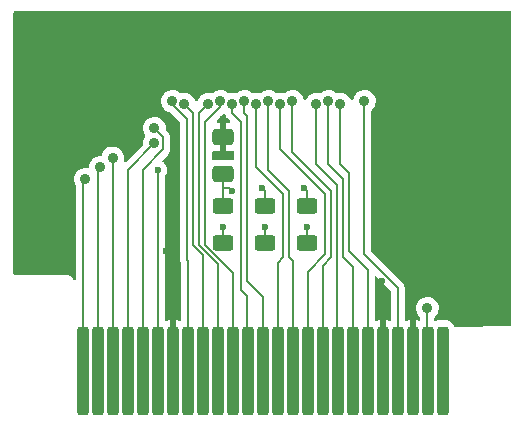
<source format=gbr>
%TF.GenerationSoftware,KiCad,Pcbnew,(6.0.5)*%
%TF.CreationDate,2023-06-09T12:11:34-05:00*%
%TF.ProjectId,pcchips_apic,70636368-6970-4735-9f61-7069632e6b69,rev?*%
%TF.SameCoordinates,Original*%
%TF.FileFunction,Copper,L2,Bot*%
%TF.FilePolarity,Positive*%
%FSLAX46Y46*%
G04 Gerber Fmt 4.6, Leading zero omitted, Abs format (unit mm)*
G04 Created by KiCad (PCBNEW (6.0.5)) date 2023-06-09 12:11:34*
%MOMM*%
%LPD*%
G01*
G04 APERTURE LIST*
G04 Aperture macros list*
%AMRoundRect*
0 Rectangle with rounded corners*
0 $1 Rounding radius*
0 $2 $3 $4 $5 $6 $7 $8 $9 X,Y pos of 4 corners*
0 Add a 4 corners polygon primitive as box body*
4,1,4,$2,$3,$4,$5,$6,$7,$8,$9,$2,$3,0*
0 Add four circle primitives for the rounded corners*
1,1,$1+$1,$2,$3*
1,1,$1+$1,$4,$5*
1,1,$1+$1,$6,$7*
1,1,$1+$1,$8,$9*
0 Add four rect primitives between the rounded corners*
20,1,$1+$1,$2,$3,$4,$5,0*
20,1,$1+$1,$4,$5,$6,$7,0*
20,1,$1+$1,$6,$7,$8,$9,0*
20,1,$1+$1,$8,$9,$2,$3,0*%
G04 Aperture macros list end*
%TA.AperFunction,SMDPad,CuDef*%
%ADD10RoundRect,0.250000X-0.250000X-3.500000X0.250000X-3.500000X0.250000X3.500000X-0.250000X3.500000X0*%
%TD*%
%TA.AperFunction,SMDPad,CuDef*%
%ADD11RoundRect,0.250000X0.650000X-0.412500X0.650000X0.412500X-0.650000X0.412500X-0.650000X-0.412500X0*%
%TD*%
%TA.AperFunction,SMDPad,CuDef*%
%ADD12RoundRect,0.250000X0.625000X-0.400000X0.625000X0.400000X-0.625000X0.400000X-0.625000X-0.400000X0*%
%TD*%
%TA.AperFunction,ViaPad*%
%ADD13C,0.600000*%
%TD*%
%TA.AperFunction,ViaPad*%
%ADD14C,0.900000*%
%TD*%
%TA.AperFunction,Conductor*%
%ADD15C,0.150000*%
%TD*%
G04 APERTURE END LIST*
D10*
%TO.P,.,26,Pin_26*%
%TO.N,unconnected-(J1-Pad26)*%
X133122000Y-85542000D03*
%TO.P,.,27,Pin_27*%
%TO.N,/APIC_CLK*%
X131852000Y-85542000D03*
%TO.P,.,28,Pin_28*%
%TO.N,GND*%
X130582000Y-85542000D03*
%TO.P,.,29,Pin_29*%
%TO.N,/PCI_CLK*%
X129312000Y-85542000D03*
%TO.P,.,30,Pin_30*%
%TO.N,GND*%
X128042000Y-85542000D03*
%TO.P,.,31,Pin_31*%
%TO.N,/APIC_D0*%
X126772000Y-85542000D03*
%TO.P,.,32,Pin_32*%
%TO.N,/APIC_D1*%
X125502000Y-85542000D03*
%TO.P,.,33,Pin_33*%
%TO.N,/~{SMI_OUT}*%
X124232000Y-85542000D03*
%TO.P,.,34,Pin_34*%
%TO.N,/~{APIC_ACK2}*%
X122962000Y-85542000D03*
%TO.P,.,35,Pin_35*%
%TO.N,/~{APIC_REQ}*%
X121692000Y-85542000D03*
%TO.P,.,36,Pin_36*%
%TO.N,/~{APIC_ACK1}*%
X120422000Y-85542000D03*
%TO.P,.,37,Pin_37*%
%TO.N,/~{WR}*%
X119152000Y-85542000D03*
%TO.P,.,38,Pin_38*%
%TO.N,/~{RD}*%
X117882000Y-85542000D03*
%TO.P,.,39,Pin_39*%
%TO.N,/A0*%
X116612000Y-85542000D03*
%TO.P,.,40,Pin_40*%
%TO.N,/A1*%
X115342000Y-85542000D03*
%TO.P,.,41,Pin_41*%
%TO.N,/~{D{slash}I}*%
X114072000Y-85542000D03*
%TO.P,.,42,Pin_42*%
%TO.N,/INTIN0*%
X112802000Y-85542000D03*
%TO.P,.,43,Pin_43*%
%TO.N,/INTIN14*%
X111532000Y-85542000D03*
%TO.P,.,44,Pin_44*%
%TO.N,GND*%
X110262000Y-85542000D03*
%TO.P,.,45,Pin_45*%
%TO.N,/INTIN15*%
X108992000Y-85542000D03*
%TO.P,.,46,Pin_46*%
%TO.N,/INTIN12*%
X107722000Y-85542000D03*
%TO.P,.,47,Pin_47*%
%TO.N,/INTIN11*%
X106452000Y-85542000D03*
%TO.P,.,48,Pin_48*%
%TO.N,/INTIN10*%
X105182000Y-85542000D03*
%TO.P,.,49,Pin_49*%
%TO.N,/INTIN3*%
X103912000Y-85542000D03*
%TO.P,.,50,Pin_50*%
%TO.N,/INTIN4*%
X102642000Y-85542000D03*
%TD*%
D11*
%TO.P,C2,1*%
%TO.N,VCC*%
X114554000Y-68872500D03*
%TO.P,C2,2*%
%TO.N,GND*%
X114554000Y-65747500D03*
%TD*%
D12*
%TO.P,R3,1*%
%TO.N,/INTIN21*%
X118110000Y-74714000D03*
%TO.P,R3,2*%
%TO.N,VCC*%
X118110000Y-71614000D03*
%TD*%
%TO.P,R4,1*%
%TO.N,/INTIN22*%
X121666000Y-74702000D03*
%TO.P,R4,2*%
%TO.N,VCC*%
X121666000Y-71602000D03*
%TD*%
%TO.P,R2,1*%
%TO.N,/INTIN20*%
X114554000Y-74702000D03*
%TO.P,R2,2*%
%TO.N,VCC*%
X114554000Y-71602000D03*
%TD*%
D13*
%TO.N,/INTIN15*%
X108992000Y-68554000D03*
%TO.N,GND*%
X133350000Y-79248000D03*
X105410000Y-60706000D03*
X129540000Y-56642000D03*
X128016000Y-77978000D03*
X114554000Y-64262000D03*
X109728000Y-75438000D03*
%TO.N,VCC*%
X121412000Y-70104000D03*
X117856000Y-70104000D03*
X115316000Y-70358000D03*
%TO.N,GND*%
X129286000Y-76200000D03*
X135890000Y-73660000D03*
%TO.N,/INTIN20*%
X114554000Y-73406000D03*
%TO.N,/INTIN21*%
X118110000Y-73406000D03*
%TO.N,/INTIN22*%
X121666000Y-73406000D03*
D14*
%TO.N,/APIC_CLK*%
X131826000Y-80264000D03*
%TO.N,/PCI_CLK*%
X126492000Y-62738000D03*
%TO.N,/APIC_D0*%
X124460000Y-62992000D03*
%TO.N,/APIC_D1*%
X123444000Y-62738000D03*
%TO.N,/~{SMI_OUT}*%
X122428000Y-62992000D03*
%TO.N,/~{APIC_ACK2}*%
X120396000Y-62738000D03*
%TO.N,/~{APIC_REQ}*%
X119380000Y-62992000D03*
%TO.N,/~{RD}*%
X116332000Y-62738000D03*
%TO.N,/A0*%
X115316000Y-62992000D03*
%TO.N,/A1*%
X114300000Y-62738000D03*
%TO.N,/~{D{slash}I}*%
X113284000Y-62992000D03*
%TO.N,/INTIN14*%
X110236000Y-62738000D03*
%TO.N,/INTIN12*%
X108712000Y-65024000D03*
%TO.N,/INTIN11*%
X108712000Y-66294000D03*
%TO.N,/INTIN10*%
X105182000Y-67538000D03*
%TO.N,/INTIN3*%
X104140000Y-68326000D03*
%TO.N,/INTIN4*%
X102870000Y-69342000D03*
%TO.N,/~{APIC_ACK1}*%
X118364000Y-62738000D03*
%TO.N,/~{WR}*%
X117348000Y-62992000D03*
%TO.N,/INTIN0*%
X111252000Y-62992000D03*
%TD*%
D15*
%TO.N,/INTIN14*%
X111506000Y-76200000D02*
X111532000Y-76226000D01*
X111506000Y-64262000D02*
X111506000Y-76200000D01*
X110236000Y-62992000D02*
X111506000Y-64262000D01*
X110236000Y-62738000D02*
X110236000Y-62992000D01*
%TO.N,/INTIN0*%
X111760000Y-63500000D02*
X112014000Y-63754000D01*
X112014000Y-63754000D02*
X112014000Y-74930000D01*
X112802000Y-75718000D02*
X112014000Y-74930000D01*
X112802000Y-76734000D02*
X112802000Y-75718000D01*
%TO.N,/~{D{slash}I}*%
X114072000Y-76480000D02*
X112522000Y-74930000D01*
X112522000Y-67056000D02*
X112522000Y-63754000D01*
X114072000Y-77242000D02*
X114072000Y-76480000D01*
X112522000Y-74930000D02*
X112522000Y-67056000D01*
%TO.N,/A1*%
X113030000Y-74930000D02*
X113030000Y-67310000D01*
X115342000Y-77750000D02*
X115342000Y-77242000D01*
X113030000Y-67310000D02*
X113030000Y-64516000D01*
X115342000Y-77242000D02*
X113030000Y-74930000D01*
%TO.N,/INTIN15*%
X108992000Y-85542000D02*
X108992000Y-68554000D01*
%TO.N,VCC*%
X115062000Y-70104000D02*
X115316000Y-70358000D01*
X114554000Y-70104000D02*
X115062000Y-70104000D01*
X114554000Y-70104000D02*
X114554000Y-68872500D01*
X114554000Y-71602000D02*
X114554000Y-70104000D01*
X118110000Y-70358000D02*
X117856000Y-70104000D01*
X118110000Y-71614000D02*
X118110000Y-70358000D01*
X121666000Y-70358000D02*
X121412000Y-70104000D01*
X121666000Y-71602000D02*
X121666000Y-70358000D01*
%TO.N,/INTIN20*%
X114554000Y-73406000D02*
X114554000Y-74702000D01*
%TO.N,/INTIN21*%
X118110000Y-73406000D02*
X118110000Y-74714000D01*
%TO.N,/INTIN22*%
X121666000Y-73406000D02*
X121666000Y-74702000D01*
%TO.N,/APIC_CLK*%
X131826000Y-85516000D02*
X131852000Y-85542000D01*
X131826000Y-80264000D02*
X131826000Y-85516000D01*
%TO.N,/PCI_CLK*%
X126492000Y-75692000D02*
X126746000Y-75946000D01*
X129312000Y-78512000D02*
X126746000Y-75946000D01*
X126492000Y-62738000D02*
X126492000Y-75692000D01*
X129312000Y-85542000D02*
X129312000Y-78512000D01*
%TO.N,/APIC_D0*%
X126772000Y-85542000D02*
X126772000Y-76988000D01*
X126772000Y-76988000D02*
X125222000Y-75438000D01*
X125222000Y-68834000D02*
X124841000Y-68453000D01*
X124460000Y-62992000D02*
X124460000Y-68072000D01*
X124460000Y-68072000D02*
X124841000Y-68453000D01*
X125222000Y-75438000D02*
X125222000Y-68834000D01*
%TO.N,/APIC_D1*%
X125502000Y-76734000D02*
X124714000Y-75946000D01*
X123444000Y-68072000D02*
X123444000Y-62738000D01*
X124714000Y-75946000D02*
X124714000Y-69342000D01*
X124714000Y-69342000D02*
X123444000Y-68072000D01*
X125502000Y-85542000D02*
X125502000Y-76734000D01*
%TO.N,/~{SMI_OUT}*%
X122428000Y-68072000D02*
X122428000Y-62992000D01*
X124206000Y-85516000D02*
X124206000Y-69850000D01*
X124232000Y-85542000D02*
X124206000Y-85516000D01*
X124206000Y-69850000D02*
X122428000Y-68072000D01*
%TO.N,/~{APIC_ACK2}*%
X123698000Y-70358000D02*
X120396000Y-67056000D01*
X122962000Y-76682000D02*
X123698000Y-75946000D01*
X120396000Y-67056000D02*
X120396000Y-62738000D01*
X122962000Y-85542000D02*
X122962000Y-76682000D01*
X123698000Y-75946000D02*
X123698000Y-70358000D01*
%TO.N,/~{APIC_REQ}*%
X121692000Y-85542000D02*
X121692000Y-77190000D01*
X119380000Y-66802000D02*
X119380000Y-62992000D01*
X121692000Y-77190000D02*
X123190000Y-75692000D01*
X123190000Y-70612000D02*
X119380000Y-66802000D01*
X123190000Y-75692000D02*
X123190000Y-70612000D01*
%TO.N,/~{RD}*%
X116586000Y-64008000D02*
X116332000Y-63754000D01*
X116586000Y-77978000D02*
X116586000Y-64008000D01*
X117882000Y-85542000D02*
X117882000Y-79274000D01*
X117882000Y-79274000D02*
X116586000Y-77978000D01*
X116332000Y-63754000D02*
X116332000Y-62738000D01*
%TO.N,/A0*%
X116078000Y-78740000D02*
X116078000Y-64516000D01*
X115316000Y-63754000D02*
X115316000Y-62992000D01*
X116612000Y-85542000D02*
X116586000Y-85516000D01*
X116586000Y-79248000D02*
X116078000Y-78740000D01*
X116586000Y-85516000D02*
X116586000Y-79248000D01*
X116078000Y-64516000D02*
X115316000Y-63754000D01*
%TO.N,/A1*%
X115342000Y-85542000D02*
X115342000Y-77750000D01*
X114300000Y-63246000D02*
X114300000Y-62738000D01*
X113030000Y-64516000D02*
X114300000Y-63246000D01*
%TO.N,/~{D{slash}I}*%
X112522000Y-63754000D02*
X113284000Y-62992000D01*
X114072000Y-85542000D02*
X114072000Y-77242000D01*
%TO.N,/INTIN14*%
X111532000Y-85542000D02*
X111532000Y-76226000D01*
%TO.N,/INTIN12*%
X107722000Y-85542000D02*
X107722000Y-68554000D01*
X109474000Y-65786000D02*
X108712000Y-65024000D01*
X107722000Y-68554000D02*
X109474000Y-66802000D01*
X109474000Y-66802000D02*
X109474000Y-65786000D01*
%TO.N,/INTIN11*%
X106452000Y-85542000D02*
X106452000Y-68554000D01*
X106452000Y-68554000D02*
X108712000Y-66294000D01*
%TO.N,/INTIN10*%
X105182000Y-85542000D02*
X105182000Y-67538000D01*
%TO.N,/INTIN3*%
X103912000Y-85542000D02*
X103912000Y-68554000D01*
X103912000Y-68554000D02*
X104140000Y-68326000D01*
%TO.N,/INTIN4*%
X102642000Y-69570000D02*
X102870000Y-69342000D01*
X102642000Y-85542000D02*
X102642000Y-69570000D01*
%TO.N,/~{APIC_ACK1}*%
X120142000Y-70358000D02*
X118364000Y-68580000D01*
X120422000Y-85542000D02*
X120422000Y-76226000D01*
X118364000Y-68580000D02*
X118364000Y-62738000D01*
X120422000Y-76226000D02*
X120142000Y-75946000D01*
X120142000Y-75946000D02*
X120142000Y-70358000D01*
%TO.N,/~{WR}*%
X119634000Y-70612000D02*
X117348000Y-68326000D01*
X119152000Y-85542000D02*
X119152000Y-76428000D01*
X117348000Y-68326000D02*
X117348000Y-62992000D01*
X119152000Y-76428000D02*
X119634000Y-75946000D01*
X119634000Y-75946000D02*
X119634000Y-70612000D01*
%TO.N,/INTIN0*%
X112802000Y-85542000D02*
X112802000Y-76734000D01*
X111760000Y-63500000D02*
X111252000Y-62992000D01*
%TD*%
%TA.AperFunction,Conductor*%
%TO.N,GND*%
G36*
X138879621Y-55138502D02*
G01*
X138926114Y-55192158D01*
X138937500Y-55244500D01*
X138937500Y-81664569D01*
X138917498Y-81732690D01*
X138863842Y-81779183D01*
X138812355Y-81790565D01*
X134189804Y-81821799D01*
X134121551Y-81802258D01*
X134074697Y-81748917D01*
X134069431Y-81735679D01*
X134065871Y-81725007D01*
X134065867Y-81724997D01*
X134063550Y-81718054D01*
X133970478Y-81567652D01*
X133845303Y-81442695D01*
X133756974Y-81388248D01*
X133700968Y-81353725D01*
X133700966Y-81353724D01*
X133694738Y-81349885D01*
X133567662Y-81307736D01*
X133533389Y-81296368D01*
X133533387Y-81296368D01*
X133526861Y-81294203D01*
X133520025Y-81293503D01*
X133520022Y-81293502D01*
X133476969Y-81289091D01*
X133422400Y-81283500D01*
X132821600Y-81283500D01*
X132818354Y-81283837D01*
X132818350Y-81283837D01*
X132722692Y-81293762D01*
X132722688Y-81293763D01*
X132715834Y-81294474D01*
X132709292Y-81296657D01*
X132709290Y-81296657D01*
X132575377Y-81341334D01*
X132504427Y-81343919D01*
X132443343Y-81307736D01*
X132411518Y-81244272D01*
X132409500Y-81221811D01*
X132409500Y-81085980D01*
X132429502Y-81017859D01*
X132457925Y-80986693D01*
X132490199Y-80961477D01*
X132494225Y-80956813D01*
X132608994Y-80823852D01*
X132608995Y-80823850D01*
X132613023Y-80819184D01*
X132705870Y-80655744D01*
X132765203Y-80477382D01*
X132788762Y-80290892D01*
X132789138Y-80264000D01*
X132770795Y-80076926D01*
X132716465Y-79896977D01*
X132628218Y-79731008D01*
X132509415Y-79585340D01*
X132455603Y-79540823D01*
X132369329Y-79469450D01*
X132369324Y-79469447D01*
X132364580Y-79465522D01*
X132359161Y-79462592D01*
X132359158Y-79462590D01*
X132289671Y-79425019D01*
X132199231Y-79376119D01*
X132019666Y-79320534D01*
X132013541Y-79319890D01*
X132013540Y-79319890D01*
X131838852Y-79301529D01*
X131838851Y-79301529D01*
X131832724Y-79300885D01*
X131755673Y-79307897D01*
X131651665Y-79317363D01*
X131651662Y-79317364D01*
X131645526Y-79317922D01*
X131639620Y-79319660D01*
X131639616Y-79319661D01*
X131506278Y-79358905D01*
X131465202Y-79370994D01*
X131298621Y-79458080D01*
X131152128Y-79575864D01*
X131148170Y-79580582D01*
X131148167Y-79580584D01*
X131060797Y-79684708D01*
X131031302Y-79719859D01*
X131028338Y-79725251D01*
X131028335Y-79725255D01*
X131022176Y-79736459D01*
X130940746Y-79884580D01*
X130883909Y-80063752D01*
X130862956Y-80250552D01*
X130878685Y-80437865D01*
X130930497Y-80618555D01*
X130933312Y-80624032D01*
X130933313Y-80624035D01*
X131013603Y-80780263D01*
X131016418Y-80785740D01*
X131020241Y-80790564D01*
X131020244Y-80790568D01*
X131046625Y-80823852D01*
X131133177Y-80933052D01*
X131137870Y-80937046D01*
X131137871Y-80937047D01*
X131198163Y-80988359D01*
X131237076Y-81047741D01*
X131242500Y-81084313D01*
X131242500Y-81204979D01*
X131222498Y-81273100D01*
X131168842Y-81319593D01*
X131098568Y-81329697D01*
X131076833Y-81324572D01*
X130993293Y-81296863D01*
X130979914Y-81293995D01*
X130885562Y-81284328D01*
X130879145Y-81284000D01*
X130854115Y-81284000D01*
X130838876Y-81288475D01*
X130837671Y-81289865D01*
X130836000Y-81297548D01*
X130836000Y-81844459D01*
X130328000Y-81847892D01*
X130328000Y-81302116D01*
X130323525Y-81286877D01*
X130322135Y-81285672D01*
X130314452Y-81284001D01*
X130284905Y-81284001D01*
X130278386Y-81284338D01*
X130182794Y-81294257D01*
X130169400Y-81297149D01*
X130061376Y-81333188D01*
X129990426Y-81335772D01*
X129929342Y-81299588D01*
X129897518Y-81236124D01*
X129895500Y-81213664D01*
X129895500Y-78558503D01*
X129896578Y-78542056D01*
X129899457Y-78520188D01*
X129900535Y-78512000D01*
X129880481Y-78359676D01*
X129821686Y-78217733D01*
X129786225Y-78171519D01*
X129733180Y-78102389D01*
X129728157Y-78095843D01*
X129704097Y-78077381D01*
X129691707Y-78066514D01*
X127112405Y-75487212D01*
X127078379Y-75424900D01*
X127075500Y-75398117D01*
X127075500Y-63559980D01*
X127095502Y-63491859D01*
X127123925Y-63460693D01*
X127156199Y-63435477D01*
X127160225Y-63430813D01*
X127274994Y-63297852D01*
X127274995Y-63297850D01*
X127279023Y-63293184D01*
X127371870Y-63129744D01*
X127431203Y-62951382D01*
X127454762Y-62764892D01*
X127455138Y-62738000D01*
X127436795Y-62550926D01*
X127382465Y-62370977D01*
X127294218Y-62205008D01*
X127175415Y-62059340D01*
X127121603Y-62014823D01*
X127035329Y-61943450D01*
X127035324Y-61943447D01*
X127030580Y-61939522D01*
X127025161Y-61936592D01*
X127025158Y-61936590D01*
X126955671Y-61899019D01*
X126865231Y-61850119D01*
X126685666Y-61794534D01*
X126679541Y-61793890D01*
X126679540Y-61793890D01*
X126504852Y-61775529D01*
X126504851Y-61775529D01*
X126498724Y-61774885D01*
X126421673Y-61781897D01*
X126317665Y-61791363D01*
X126317662Y-61791364D01*
X126311526Y-61791922D01*
X126305620Y-61793660D01*
X126305616Y-61793661D01*
X126172278Y-61832905D01*
X126131202Y-61844994D01*
X125964621Y-61932080D01*
X125818128Y-62049864D01*
X125814170Y-62054582D01*
X125814167Y-62054584D01*
X125770143Y-62107050D01*
X125697302Y-62193859D01*
X125694338Y-62199251D01*
X125694335Y-62199255D01*
X125688176Y-62210459D01*
X125606746Y-62358580D01*
X125604885Y-62364447D01*
X125604884Y-62364449D01*
X125578425Y-62447859D01*
X125549909Y-62537752D01*
X125548336Y-62537253D01*
X125518395Y-62592719D01*
X125456248Y-62627043D01*
X125385408Y-62622319D01*
X125328368Y-62580047D01*
X125317621Y-62563206D01*
X125265116Y-62464459D01*
X125262218Y-62459008D01*
X125143415Y-62313340D01*
X125089603Y-62268823D01*
X125003329Y-62197450D01*
X125003324Y-62197447D01*
X124998580Y-62193522D01*
X124993161Y-62190592D01*
X124993158Y-62190590D01*
X124923671Y-62153019D01*
X124833231Y-62104119D01*
X124653666Y-62048534D01*
X124647541Y-62047890D01*
X124647540Y-62047890D01*
X124472852Y-62029529D01*
X124472851Y-62029529D01*
X124466724Y-62028885D01*
X124389673Y-62035897D01*
X124285665Y-62045363D01*
X124285662Y-62045364D01*
X124279526Y-62045922D01*
X124273616Y-62047661D01*
X124273613Y-62047662D01*
X124219635Y-62063548D01*
X124148638Y-62063592D01*
X124103746Y-62039759D01*
X123987329Y-61943450D01*
X123987324Y-61943447D01*
X123982580Y-61939522D01*
X123977161Y-61936592D01*
X123977158Y-61936590D01*
X123907671Y-61899019D01*
X123817231Y-61850119D01*
X123637666Y-61794534D01*
X123631541Y-61793890D01*
X123631540Y-61793890D01*
X123456852Y-61775529D01*
X123456851Y-61775529D01*
X123450724Y-61774885D01*
X123373673Y-61781897D01*
X123269665Y-61791363D01*
X123269662Y-61791364D01*
X123263526Y-61791922D01*
X123257620Y-61793660D01*
X123257616Y-61793661D01*
X123124278Y-61832905D01*
X123083202Y-61844994D01*
X122916621Y-61932080D01*
X122782264Y-62040106D01*
X122716643Y-62067202D01*
X122666055Y-62062274D01*
X122627556Y-62050357D01*
X122627554Y-62050357D01*
X122621666Y-62048534D01*
X122615541Y-62047890D01*
X122615540Y-62047890D01*
X122440852Y-62029529D01*
X122440851Y-62029529D01*
X122434724Y-62028885D01*
X122357673Y-62035897D01*
X122253665Y-62045363D01*
X122253662Y-62045364D01*
X122247526Y-62045922D01*
X122241620Y-62047660D01*
X122241616Y-62047661D01*
X122175222Y-62067202D01*
X122067202Y-62098994D01*
X121900621Y-62186080D01*
X121754128Y-62303864D01*
X121750170Y-62308582D01*
X121750167Y-62308584D01*
X121692864Y-62376876D01*
X121633302Y-62447859D01*
X121630338Y-62453251D01*
X121630335Y-62453255D01*
X121568804Y-62565180D01*
X121518458Y-62615239D01*
X121449041Y-62630132D01*
X121382592Y-62605131D01*
X121340208Y-62548174D01*
X121337767Y-62540897D01*
X121336818Y-62537752D01*
X121286465Y-62370977D01*
X121198218Y-62205008D01*
X121079415Y-62059340D01*
X121025603Y-62014823D01*
X120939329Y-61943450D01*
X120939324Y-61943447D01*
X120934580Y-61939522D01*
X120929161Y-61936592D01*
X120929158Y-61936590D01*
X120859671Y-61899019D01*
X120769231Y-61850119D01*
X120589666Y-61794534D01*
X120583541Y-61793890D01*
X120583540Y-61793890D01*
X120408852Y-61775529D01*
X120408851Y-61775529D01*
X120402724Y-61774885D01*
X120325673Y-61781897D01*
X120221665Y-61791363D01*
X120221662Y-61791364D01*
X120215526Y-61791922D01*
X120209620Y-61793660D01*
X120209616Y-61793661D01*
X120076278Y-61832905D01*
X120035202Y-61844994D01*
X119868621Y-61932080D01*
X119734264Y-62040106D01*
X119668643Y-62067202D01*
X119618055Y-62062274D01*
X119579556Y-62050357D01*
X119579554Y-62050357D01*
X119573666Y-62048534D01*
X119567541Y-62047890D01*
X119567540Y-62047890D01*
X119392852Y-62029529D01*
X119392851Y-62029529D01*
X119386724Y-62028885D01*
X119309673Y-62035897D01*
X119205665Y-62045363D01*
X119205662Y-62045364D01*
X119199526Y-62045922D01*
X119193616Y-62047661D01*
X119193613Y-62047662D01*
X119139635Y-62063548D01*
X119068638Y-62063592D01*
X119023746Y-62039759D01*
X118907329Y-61943450D01*
X118907324Y-61943447D01*
X118902580Y-61939522D01*
X118897161Y-61936592D01*
X118897158Y-61936590D01*
X118827671Y-61899019D01*
X118737231Y-61850119D01*
X118557666Y-61794534D01*
X118551541Y-61793890D01*
X118551540Y-61793890D01*
X118376852Y-61775529D01*
X118376851Y-61775529D01*
X118370724Y-61774885D01*
X118293673Y-61781897D01*
X118189665Y-61791363D01*
X118189662Y-61791364D01*
X118183526Y-61791922D01*
X118177620Y-61793660D01*
X118177616Y-61793661D01*
X118044278Y-61832905D01*
X118003202Y-61844994D01*
X117836621Y-61932080D01*
X117702264Y-62040106D01*
X117636643Y-62067202D01*
X117586055Y-62062274D01*
X117547556Y-62050357D01*
X117547554Y-62050357D01*
X117541666Y-62048534D01*
X117535541Y-62047890D01*
X117535540Y-62047890D01*
X117360852Y-62029529D01*
X117360851Y-62029529D01*
X117354724Y-62028885D01*
X117277673Y-62035897D01*
X117173665Y-62045363D01*
X117173662Y-62045364D01*
X117167526Y-62045922D01*
X117161616Y-62047661D01*
X117161613Y-62047662D01*
X117107635Y-62063548D01*
X117036638Y-62063592D01*
X116991746Y-62039759D01*
X116875329Y-61943450D01*
X116875324Y-61943447D01*
X116870580Y-61939522D01*
X116865161Y-61936592D01*
X116865158Y-61936590D01*
X116795671Y-61899019D01*
X116705231Y-61850119D01*
X116525666Y-61794534D01*
X116519541Y-61793890D01*
X116519540Y-61793890D01*
X116344852Y-61775529D01*
X116344851Y-61775529D01*
X116338724Y-61774885D01*
X116261673Y-61781897D01*
X116157665Y-61791363D01*
X116157662Y-61791364D01*
X116151526Y-61791922D01*
X116145620Y-61793660D01*
X116145616Y-61793661D01*
X116012278Y-61832905D01*
X115971202Y-61844994D01*
X115804621Y-61932080D01*
X115670264Y-62040106D01*
X115604643Y-62067202D01*
X115554055Y-62062274D01*
X115515556Y-62050357D01*
X115515554Y-62050357D01*
X115509666Y-62048534D01*
X115503541Y-62047890D01*
X115503540Y-62047890D01*
X115328852Y-62029529D01*
X115328851Y-62029529D01*
X115322724Y-62028885D01*
X115245673Y-62035897D01*
X115141665Y-62045363D01*
X115141662Y-62045364D01*
X115135526Y-62045922D01*
X115129616Y-62047661D01*
X115129613Y-62047662D01*
X115075635Y-62063548D01*
X115004638Y-62063592D01*
X114959746Y-62039759D01*
X114843329Y-61943450D01*
X114843324Y-61943447D01*
X114838580Y-61939522D01*
X114833161Y-61936592D01*
X114833158Y-61936590D01*
X114763671Y-61899019D01*
X114673231Y-61850119D01*
X114493666Y-61794534D01*
X114487541Y-61793890D01*
X114487540Y-61793890D01*
X114312852Y-61775529D01*
X114312851Y-61775529D01*
X114306724Y-61774885D01*
X114229673Y-61781897D01*
X114125665Y-61791363D01*
X114125662Y-61791364D01*
X114119526Y-61791922D01*
X114113620Y-61793660D01*
X114113616Y-61793661D01*
X113980278Y-61832905D01*
X113939202Y-61844994D01*
X113772621Y-61932080D01*
X113638264Y-62040106D01*
X113572643Y-62067202D01*
X113522055Y-62062274D01*
X113483556Y-62050357D01*
X113483554Y-62050357D01*
X113477666Y-62048534D01*
X113471541Y-62047890D01*
X113471540Y-62047890D01*
X113296852Y-62029529D01*
X113296851Y-62029529D01*
X113290724Y-62028885D01*
X113213673Y-62035897D01*
X113109665Y-62045363D01*
X113109662Y-62045364D01*
X113103526Y-62045922D01*
X113097620Y-62047660D01*
X113097616Y-62047661D01*
X113031222Y-62067202D01*
X112923202Y-62098994D01*
X112756621Y-62186080D01*
X112610128Y-62303864D01*
X112606170Y-62308582D01*
X112606167Y-62308584D01*
X112548864Y-62376876D01*
X112489302Y-62447859D01*
X112486338Y-62453251D01*
X112486335Y-62453255D01*
X112424804Y-62565180D01*
X112398746Y-62612580D01*
X112388597Y-62644572D01*
X112348936Y-62703455D01*
X112283734Y-62731548D01*
X112213694Y-62719931D01*
X112161054Y-62672292D01*
X112147875Y-62642894D01*
X112144247Y-62630879D01*
X112144247Y-62630878D01*
X112142465Y-62624977D01*
X112054218Y-62459008D01*
X111935415Y-62313340D01*
X111881603Y-62268823D01*
X111795329Y-62197450D01*
X111795324Y-62197447D01*
X111790580Y-62193522D01*
X111785161Y-62190592D01*
X111785158Y-62190590D01*
X111715671Y-62153019D01*
X111625231Y-62104119D01*
X111445666Y-62048534D01*
X111439541Y-62047890D01*
X111439540Y-62047890D01*
X111264852Y-62029529D01*
X111264851Y-62029529D01*
X111258724Y-62028885D01*
X111181673Y-62035897D01*
X111077665Y-62045363D01*
X111077662Y-62045364D01*
X111071526Y-62045922D01*
X111065616Y-62047661D01*
X111065613Y-62047662D01*
X111011635Y-62063548D01*
X110940638Y-62063592D01*
X110895746Y-62039759D01*
X110779329Y-61943450D01*
X110779324Y-61943447D01*
X110774580Y-61939522D01*
X110769161Y-61936592D01*
X110769158Y-61936590D01*
X110699671Y-61899019D01*
X110609231Y-61850119D01*
X110429666Y-61794534D01*
X110423541Y-61793890D01*
X110423540Y-61793890D01*
X110248852Y-61775529D01*
X110248851Y-61775529D01*
X110242724Y-61774885D01*
X110165673Y-61781897D01*
X110061665Y-61791363D01*
X110061662Y-61791364D01*
X110055526Y-61791922D01*
X110049620Y-61793660D01*
X110049616Y-61793661D01*
X109916278Y-61832905D01*
X109875202Y-61844994D01*
X109708621Y-61932080D01*
X109562128Y-62049864D01*
X109558170Y-62054582D01*
X109558167Y-62054584D01*
X109514143Y-62107050D01*
X109441302Y-62193859D01*
X109438338Y-62199251D01*
X109438335Y-62199255D01*
X109432176Y-62210459D01*
X109350746Y-62358580D01*
X109293909Y-62537752D01*
X109272956Y-62724552D01*
X109288685Y-62911865D01*
X109340497Y-63092555D01*
X109343312Y-63098032D01*
X109343313Y-63098035D01*
X109398482Y-63205382D01*
X109426418Y-63259740D01*
X109430241Y-63264564D01*
X109430244Y-63264568D01*
X109520064Y-63377891D01*
X109543177Y-63407052D01*
X109547871Y-63411047D01*
X109677936Y-63521741D01*
X109686324Y-63528880D01*
X109691702Y-63531886D01*
X109691704Y-63531887D01*
X109738988Y-63558313D01*
X109850409Y-63620584D01*
X109856269Y-63622488D01*
X110023319Y-63676766D01*
X110023322Y-63676767D01*
X110029180Y-63678670D01*
X110057809Y-63682084D01*
X110063402Y-63682751D01*
X110128675Y-63710679D01*
X110137577Y-63718770D01*
X110885595Y-64466788D01*
X110919621Y-64529100D01*
X110922500Y-64555883D01*
X110922500Y-76153497D01*
X110921422Y-76169944D01*
X110917465Y-76200000D01*
X110922500Y-76238244D01*
X110937519Y-76352324D01*
X110940678Y-76359951D01*
X110942817Y-76367933D01*
X110941421Y-76368307D01*
X110948500Y-76403899D01*
X110948500Y-81213603D01*
X110928498Y-81281724D01*
X110874842Y-81328217D01*
X110804568Y-81338321D01*
X110782832Y-81333196D01*
X110673290Y-81296862D01*
X110659914Y-81293995D01*
X110565562Y-81284328D01*
X110559145Y-81284000D01*
X110534115Y-81284000D01*
X110518876Y-81288475D01*
X110517671Y-81289865D01*
X110516000Y-81297548D01*
X110516000Y-81981757D01*
X110008000Y-81985189D01*
X110008000Y-81302116D01*
X110003525Y-81286877D01*
X110002135Y-81285672D01*
X109994452Y-81284001D01*
X109964905Y-81284001D01*
X109958386Y-81284338D01*
X109862794Y-81294257D01*
X109849400Y-81297149D01*
X109741376Y-81333188D01*
X109670426Y-81335772D01*
X109609342Y-81299588D01*
X109577518Y-81236124D01*
X109575500Y-81213664D01*
X109575500Y-69168854D01*
X109595502Y-69100733D01*
X109606236Y-69087737D01*
X109605637Y-69087235D01*
X109610161Y-69081843D01*
X109615266Y-69076982D01*
X109715643Y-68925902D01*
X109762233Y-68803255D01*
X109777555Y-68762920D01*
X109777556Y-68762918D01*
X109780055Y-68756338D01*
X109790548Y-68681676D01*
X109804748Y-68580639D01*
X109804748Y-68580636D01*
X109805299Y-68576717D01*
X109805616Y-68554000D01*
X109785397Y-68373745D01*
X109764209Y-68312900D01*
X109728064Y-68209106D01*
X109728062Y-68209103D01*
X109725745Y-68202448D01*
X109681644Y-68131871D01*
X109633359Y-68054598D01*
X109629626Y-68048624D01*
X109528292Y-67946580D01*
X109506778Y-67924915D01*
X109506774Y-67924912D01*
X109501815Y-67919918D01*
X109438509Y-67879743D01*
X109391712Y-67826356D01*
X109381206Y-67756141D01*
X109410329Y-67691392D01*
X109416929Y-67684264D01*
X109853707Y-67247486D01*
X109866098Y-67236618D01*
X109883611Y-67223180D01*
X109890157Y-67218157D01*
X109931369Y-67164449D01*
X109975294Y-67107204D01*
X109978656Y-67102823D01*
X109978656Y-67102822D01*
X109983686Y-67096268D01*
X109986845Y-67088641D01*
X109986847Y-67088638D01*
X110039321Y-66961954D01*
X110039322Y-66961951D01*
X110042481Y-66954324D01*
X110062535Y-66802000D01*
X110058578Y-66771944D01*
X110057500Y-66755497D01*
X110057500Y-65832503D01*
X110058578Y-65816056D01*
X110061457Y-65794188D01*
X110062535Y-65786000D01*
X110042481Y-65633676D01*
X109983686Y-65491733D01*
X109913640Y-65400446D01*
X109913637Y-65400443D01*
X109890157Y-65369843D01*
X109866106Y-65351388D01*
X109853715Y-65340521D01*
X109705997Y-65192803D01*
X109671971Y-65130491D01*
X109670085Y-65087917D01*
X109674322Y-65054374D01*
X109674762Y-65050892D01*
X109675138Y-65024000D01*
X109656795Y-64836926D01*
X109602465Y-64656977D01*
X109514218Y-64491008D01*
X109395415Y-64345340D01*
X109341603Y-64300823D01*
X109255329Y-64229450D01*
X109255324Y-64229447D01*
X109250580Y-64225522D01*
X109245161Y-64222592D01*
X109245158Y-64222590D01*
X109175671Y-64185019D01*
X109085231Y-64136119D01*
X108905666Y-64080534D01*
X108899541Y-64079890D01*
X108899540Y-64079890D01*
X108724852Y-64061529D01*
X108724851Y-64061529D01*
X108718724Y-64060885D01*
X108641673Y-64067897D01*
X108537665Y-64077363D01*
X108537662Y-64077364D01*
X108531526Y-64077922D01*
X108525620Y-64079660D01*
X108525616Y-64079661D01*
X108392278Y-64118905D01*
X108351202Y-64130994D01*
X108184621Y-64218080D01*
X108038128Y-64335864D01*
X108034170Y-64340582D01*
X108034167Y-64340584D01*
X108016277Y-64361905D01*
X107917302Y-64479859D01*
X107914338Y-64485251D01*
X107914335Y-64485255D01*
X107874894Y-64556999D01*
X107826746Y-64644580D01*
X107769909Y-64823752D01*
X107748956Y-65010552D01*
X107764685Y-65197865D01*
X107816497Y-65378555D01*
X107819312Y-65384032D01*
X107819313Y-65384035D01*
X107899603Y-65540263D01*
X107902418Y-65545740D01*
X107906244Y-65550567D01*
X107929014Y-65579296D01*
X107955651Y-65645106D01*
X107942480Y-65714870D01*
X107926792Y-65738549D01*
X107917302Y-65749859D01*
X107914338Y-65755251D01*
X107914335Y-65755255D01*
X107871868Y-65832503D01*
X107826746Y-65914580D01*
X107769909Y-66093752D01*
X107748956Y-66280552D01*
X107749472Y-66286695D01*
X107755783Y-66361848D01*
X107741552Y-66431404D01*
X107719320Y-66461487D01*
X106336861Y-67843946D01*
X106274549Y-67877972D01*
X106203734Y-67872907D01*
X106146898Y-67830360D01*
X106122087Y-67763840D01*
X106122760Y-67739059D01*
X106134947Y-67642584D01*
X106144762Y-67564892D01*
X106145138Y-67538000D01*
X106126795Y-67350926D01*
X106121811Y-67334416D01*
X106103991Y-67275395D01*
X106072465Y-67170977D01*
X105984218Y-67005008D01*
X105865415Y-66859340D01*
X105810979Y-66814307D01*
X105725329Y-66743450D01*
X105725324Y-66743447D01*
X105720580Y-66739522D01*
X105715161Y-66736592D01*
X105715158Y-66736590D01*
X105645671Y-66699019D01*
X105555231Y-66650119D01*
X105375666Y-66594534D01*
X105369541Y-66593890D01*
X105369540Y-66593890D01*
X105194852Y-66575529D01*
X105194851Y-66575529D01*
X105188724Y-66574885D01*
X105111673Y-66581897D01*
X105007665Y-66591363D01*
X105007662Y-66591364D01*
X105001526Y-66591922D01*
X104995620Y-66593660D01*
X104995616Y-66593661D01*
X104862278Y-66632905D01*
X104821202Y-66644994D01*
X104654621Y-66732080D01*
X104508128Y-66849864D01*
X104504170Y-66854582D01*
X104504167Y-66854584D01*
X104459663Y-66907622D01*
X104387302Y-66993859D01*
X104384338Y-66999251D01*
X104384335Y-66999255D01*
X104335197Y-67088638D01*
X104296746Y-67158580D01*
X104294885Y-67164447D01*
X104294884Y-67164449D01*
X104259646Y-67275532D01*
X104219982Y-67334416D01*
X104154780Y-67362508D01*
X104147245Y-67362940D01*
X104146724Y-67362885D01*
X104054092Y-67371315D01*
X103965665Y-67379363D01*
X103965662Y-67379364D01*
X103959526Y-67379922D01*
X103953620Y-67381660D01*
X103953616Y-67381661D01*
X103820278Y-67420905D01*
X103779202Y-67432994D01*
X103612621Y-67520080D01*
X103466128Y-67637864D01*
X103462170Y-67642582D01*
X103462167Y-67642584D01*
X103414725Y-67699124D01*
X103345302Y-67781859D01*
X103342338Y-67787251D01*
X103342335Y-67787255D01*
X103291489Y-67879745D01*
X103254746Y-67946580D01*
X103197909Y-68125752D01*
X103197223Y-68131871D01*
X103180051Y-68284957D01*
X103152580Y-68350424D01*
X103094076Y-68390646D01*
X103041667Y-68396222D01*
X102894411Y-68380744D01*
X102882852Y-68379529D01*
X102882851Y-68379529D01*
X102876724Y-68378885D01*
X102799673Y-68385897D01*
X102695665Y-68395363D01*
X102695662Y-68395364D01*
X102689526Y-68395922D01*
X102683620Y-68397660D01*
X102683616Y-68397661D01*
X102550518Y-68436834D01*
X102509202Y-68448994D01*
X102342621Y-68536080D01*
X102196128Y-68653864D01*
X102192170Y-68658582D01*
X102192167Y-68658584D01*
X102115992Y-68749366D01*
X102075302Y-68797859D01*
X102072338Y-68803251D01*
X102072335Y-68803255D01*
X102008532Y-68919314D01*
X101984746Y-68962580D01*
X101927909Y-69141752D01*
X101906956Y-69328552D01*
X101907472Y-69334696D01*
X101915513Y-69430450D01*
X101922685Y-69515865D01*
X101974497Y-69696555D01*
X101977312Y-69702032D01*
X101977313Y-69702035D01*
X102044567Y-69832897D01*
X102058500Y-69890491D01*
X102058500Y-77725560D01*
X102038498Y-77793681D01*
X101984842Y-77840174D01*
X101914568Y-77850278D01*
X101849988Y-77820784D01*
X101817483Y-77777010D01*
X101817416Y-77776860D01*
X101814949Y-77768229D01*
X101810161Y-77760641D01*
X101810158Y-77760634D01*
X101799170Y-77743220D01*
X101791030Y-77728135D01*
X101789859Y-77725560D01*
X101778792Y-77701218D01*
X101762030Y-77681765D01*
X101750927Y-77666761D01*
X101737224Y-77645042D01*
X101730499Y-77639103D01*
X101730496Y-77639099D01*
X101715062Y-77625468D01*
X101703018Y-77613276D01*
X101689573Y-77597673D01*
X101689570Y-77597671D01*
X101683713Y-77590873D01*
X101662165Y-77576906D01*
X101647291Y-77565615D01*
X101634783Y-77554569D01*
X101634782Y-77554568D01*
X101628049Y-77548622D01*
X101601287Y-77536057D01*
X101586309Y-77527737D01*
X101569017Y-77516529D01*
X101569012Y-77516527D01*
X101561485Y-77511648D01*
X101552892Y-77509078D01*
X101552887Y-77509076D01*
X101536880Y-77504289D01*
X101519436Y-77497628D01*
X101504324Y-77490533D01*
X101504322Y-77490532D01*
X101496200Y-77486719D01*
X101487333Y-77485338D01*
X101487332Y-77485338D01*
X101476773Y-77483694D01*
X101466983Y-77482170D01*
X101450268Y-77478387D01*
X101430534Y-77472485D01*
X101430528Y-77472484D01*
X101421934Y-77469914D01*
X101412963Y-77469859D01*
X101412962Y-77469859D01*
X101402903Y-77469798D01*
X101387494Y-77469704D01*
X101386711Y-77469671D01*
X101385614Y-77469500D01*
X101354623Y-77469500D01*
X101353853Y-77469498D01*
X101280215Y-77469048D01*
X101280214Y-77469048D01*
X101276279Y-77469024D01*
X101274935Y-77469408D01*
X101273590Y-77469500D01*
X96900500Y-77469500D01*
X96832379Y-77449498D01*
X96785886Y-77395842D01*
X96774500Y-77343500D01*
X96774500Y-55244500D01*
X96794502Y-55176379D01*
X96848158Y-55129886D01*
X96900500Y-55118500D01*
X138811500Y-55118500D01*
X138879621Y-55138502D01*
G37*
%TD.AperFunction*%
%TA.AperFunction,Conductor*%
G36*
X127564012Y-77589659D02*
G01*
X127570595Y-77595788D01*
X128691595Y-78716788D01*
X128725621Y-78779100D01*
X128728500Y-78805883D01*
X128728500Y-81213603D01*
X128708498Y-81281724D01*
X128654842Y-81328217D01*
X128584568Y-81338321D01*
X128562832Y-81333196D01*
X128453290Y-81296862D01*
X128439914Y-81293995D01*
X128345562Y-81284328D01*
X128339145Y-81284000D01*
X128314115Y-81284000D01*
X128298876Y-81288475D01*
X128297671Y-81289865D01*
X128296000Y-81297548D01*
X128296000Y-81861622D01*
X127788000Y-81865054D01*
X127788000Y-81302116D01*
X127783525Y-81286877D01*
X127782135Y-81285672D01*
X127774452Y-81284001D01*
X127744905Y-81284001D01*
X127738386Y-81284338D01*
X127642794Y-81294257D01*
X127629400Y-81297149D01*
X127521376Y-81333188D01*
X127450426Y-81335772D01*
X127389342Y-81299588D01*
X127357518Y-81236124D01*
X127355500Y-81213664D01*
X127355500Y-77684883D01*
X127375502Y-77616762D01*
X127429158Y-77570269D01*
X127499432Y-77560165D01*
X127564012Y-77589659D01*
G37*
%TD.AperFunction*%
%TA.AperFunction,Conductor*%
G36*
X114667477Y-63807882D02*
G01*
X114724313Y-63850429D01*
X114745151Y-63893324D01*
X114746441Y-63898140D01*
X114747519Y-63906324D01*
X114806314Y-64048267D01*
X114899843Y-64170157D01*
X114906389Y-64175180D01*
X114923898Y-64188615D01*
X114936289Y-64199483D01*
X115098711Y-64361905D01*
X115132737Y-64424217D01*
X115127672Y-64495032D01*
X115085125Y-64551868D01*
X115018605Y-64576679D01*
X115009616Y-64577000D01*
X114826115Y-64577000D01*
X114810876Y-64581475D01*
X114809671Y-64582865D01*
X114808000Y-64590548D01*
X114808000Y-66899884D01*
X114812475Y-66915123D01*
X114813865Y-66916328D01*
X114821548Y-66917999D01*
X115251095Y-66917999D01*
X115257614Y-66917662D01*
X115355497Y-66907506D01*
X115425318Y-66920371D01*
X115477100Y-66968942D01*
X115494500Y-67032833D01*
X115494500Y-67586531D01*
X115474498Y-67654652D01*
X115420842Y-67701145D01*
X115355658Y-67711875D01*
X115254400Y-67701500D01*
X113853600Y-67701500D01*
X113850356Y-67701837D01*
X113850348Y-67701837D01*
X113752503Y-67711989D01*
X113682682Y-67699124D01*
X113630900Y-67650553D01*
X113613500Y-67586662D01*
X113613500Y-67032966D01*
X113633502Y-66964845D01*
X113687158Y-66918352D01*
X113752342Y-66907622D01*
X113850438Y-66917672D01*
X113856854Y-66918000D01*
X114281885Y-66918000D01*
X114297124Y-66913525D01*
X114298329Y-66912135D01*
X114300000Y-66904452D01*
X114300000Y-64595116D01*
X114295525Y-64579877D01*
X114294135Y-64578672D01*
X114286452Y-64577001D01*
X114098382Y-64577001D01*
X114030261Y-64556999D01*
X113983768Y-64503343D01*
X113973664Y-64433069D01*
X114003158Y-64368489D01*
X114009287Y-64361906D01*
X114534350Y-63836843D01*
X114596662Y-63802817D01*
X114667477Y-63807882D01*
G37*
%TD.AperFunction*%
%TD*%
M02*

</source>
